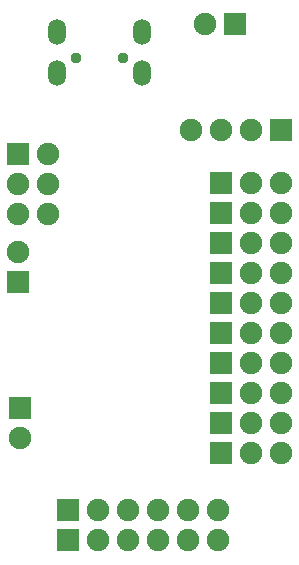
<source format=gbr>
G04 #@! TF.FileFunction,Soldermask,Bot*
%FSLAX46Y46*%
G04 Gerber Fmt 4.6, Leading zero omitted, Abs format (unit mm)*
G04 Created by KiCad (PCBNEW 4.0.5) date 11/21/17 13:44:46*
%MOMM*%
%LPD*%
G01*
G04 APERTURE LIST*
%ADD10C,0.100000*%
%ADD11O,1.500000X2.200000*%
%ADD12C,0.950000*%
%ADD13R,1.900000X1.900000*%
%ADD14C,1.900000*%
%ADD15O,1.900000X1.900000*%
G04 APERTURE END LIST*
D10*
D11*
X105137000Y-54674300D03*
X112287000Y-54674300D03*
X105137000Y-51204300D03*
D12*
X106712000Y-53354300D03*
X110712000Y-53354300D03*
D11*
X112287000Y-51204300D03*
D13*
X106050000Y-91660000D03*
D14*
X108590000Y-91660000D03*
X111130000Y-91660000D03*
X113670000Y-91660000D03*
X116210000Y-91660000D03*
X118750000Y-91660000D03*
D13*
X119000000Y-63950000D03*
D14*
X121540000Y-63950000D03*
X124080000Y-63950000D03*
D13*
X119000000Y-66490000D03*
D14*
X121540000Y-66490000D03*
X124080000Y-66490000D03*
D13*
X119000000Y-69030000D03*
D14*
X121540000Y-69030000D03*
X124080000Y-69030000D03*
D13*
X119000000Y-71570000D03*
D14*
X121540000Y-71570000D03*
X124080000Y-71570000D03*
D13*
X119000000Y-74110000D03*
D14*
X121540000Y-74110000D03*
X124080000Y-74110000D03*
D13*
X119000000Y-76650000D03*
D14*
X121540000Y-76650000D03*
X124080000Y-76650000D03*
D13*
X119000000Y-79190000D03*
D14*
X121540000Y-79190000D03*
X124080000Y-79190000D03*
D13*
X119000000Y-81730000D03*
D14*
X121540000Y-81730000D03*
X124080000Y-81730000D03*
D13*
X119000000Y-84270000D03*
D14*
X121540000Y-84270000D03*
X124080000Y-84270000D03*
D13*
X102000000Y-83000000D03*
D15*
X102000000Y-85540000D03*
D13*
X120200000Y-50500000D03*
D15*
X117660000Y-50500000D03*
D13*
X101850000Y-72300000D03*
D15*
X101850000Y-69760000D03*
D13*
X124100000Y-59500000D03*
D15*
X121560000Y-59500000D03*
X119020000Y-59500000D03*
X116480000Y-59500000D03*
D13*
X119000000Y-86810000D03*
D14*
X121540000Y-86810000D03*
X124080000Y-86810000D03*
D13*
X106050000Y-94200000D03*
D14*
X108590000Y-94200000D03*
X111130000Y-94200000D03*
X113670000Y-94200000D03*
X116210000Y-94200000D03*
X118750000Y-94200000D03*
D13*
X101850000Y-61500000D03*
D14*
X104390000Y-61500000D03*
X101850000Y-64040000D03*
X104390000Y-64040000D03*
X101850000Y-66580000D03*
X104390000Y-66580000D03*
M02*

</source>
